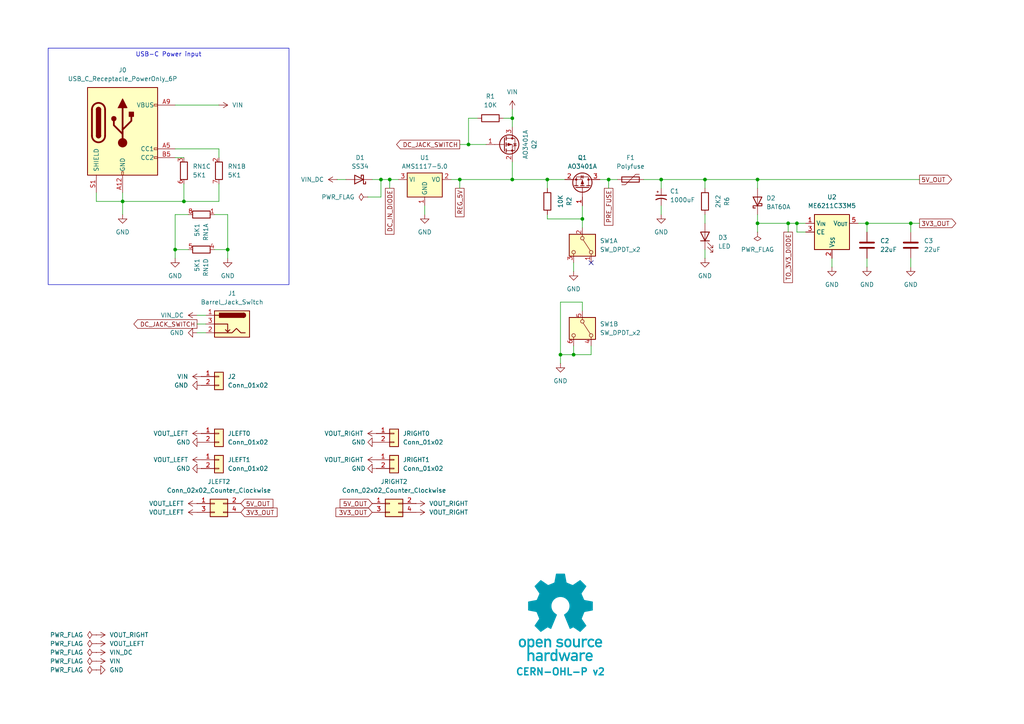
<source format=kicad_sch>
(kicad_sch (version 20231120) (generator "eeschema") (generator_version "8.0")
  (paper "A4")
  (lib_symbols
    (symbol "Connector:Barrel_Jack_Switch" (pin_names hide)
      (property "Reference" "J" (at 0 5.334 0))
      (property "Value" "Barrel_Jack_Switch" (at 0 -5.08 0))
      (symbol "Barrel_Jack_Switch_0_1"
        (rectangle (start -5.08 3.81) (end 5.08 -3.81) (stroke (width 0.254)) (fill (type background)))
        (arc (start -3.302 3.175) (mid -3.9343 2.54) (end -3.302 1.905) (stroke (width 0.254)))
        (arc (start -3.302 3.175) (mid -3.9343 2.54) (end -3.302 1.905) (stroke (width 0.254)) (fill (type outline)))
        (polyline (pts (xy 1.27 -2.286) (xy 1.905 -1.651)) (stroke (width 0.254)))
        (polyline (pts (xy 5.08 2.54) (xy 3.81 2.54)) (stroke (width 0.254)))
        (polyline (pts (xy 5.08 0) (xy 1.27 0) (xy 1.27 -2.286) (xy 0.635 -1.651)) (stroke (width 0.254)))
        (polyline (pts (xy -3.81 -2.54) (xy -2.54 -2.54) (xy -1.27 -1.27) (xy 0 -2.54) (xy 2.54 -2.54) (xy 5.08 -2.54)) (stroke (width 0.254)))
        (rectangle (start 3.683 3.175) (end -3.302 1.905) (stroke (width 0.254)) (fill (type outline)))
      )
      (symbol "Barrel_Jack_Switch_1_1"
        (pin passive line (at 7.62 2.54 180) (length 2.54) (name "~") (number "1"))
        (pin passive line (at 7.62 -2.54 180) (length 2.54) (name "~") (number "2"))
        (pin passive line (at 7.62 0 180) (length 2.54) (name "~") (number "3"))
      )
    )
    (symbol "Connector:USB_C_Receptacle_PowerOnly_6P" (pin_names (offset 1.016))
      (property "Reference" "J" (at 0 16.51 0))
      (property "Value" "USB_C_Receptacle_PowerOnly_6P" (at 0 13.97 0))
      (symbol "USB_C_Receptacle_PowerOnly_6P_0_0"
        (rectangle (start -0.254 -12.7) (end 0.254 -11.684))
        (rectangle (start 10.16 -7.366) (end 9.144 -7.874))
        (rectangle (start 10.16 -4.826) (end 9.144 -5.334))
        (rectangle (start 10.16 7.874) (end 9.144 7.366))
      )
      (symbol "USB_C_Receptacle_PowerOnly_6P_0_1"
        (rectangle (start -10.16 12.7) (end 10.16 -12.7) (stroke (width 0.254)) (fill (type background)))
        (arc (start -8.89 -1.27) (mid -6.985 -3.1667) (end -5.08 -1.27) (stroke (width 0.508)))
        (arc (start -7.62 -1.27) (mid -6.985 -1.9023) (end -6.35 -1.27) (stroke (width 0.254)))
        (arc (start -7.62 -1.27) (mid -6.985 -1.9023) (end -6.35 -1.27) (stroke (width 0.254)) (fill (type outline)))
        (rectangle (start -7.62 -1.27) (end -6.35 6.35) (stroke (width 0.254)) (fill (type outline)))
        (arc (start -6.35 6.35) (mid -6.985 6.9823) (end -7.62 6.35) (stroke (width 0.254)))
        (arc (start -6.35 6.35) (mid -6.985 6.9823) (end -7.62 6.35) (stroke (width 0.254)) (fill (type outline)))
        (arc (start -5.08 6.35) (mid -6.985 8.2467) (end -8.89 6.35) (stroke (width 0.508)))
        (circle (center -2.54 3.683) (radius 0.635) (stroke (width 0.254)) (fill (type outline)))
        (circle (center 0 -3.302) (radius 1.27) (fill (type outline)))
        (polyline (pts (xy -8.89 -1.27) (xy -8.89 6.35)) (stroke (width 0.508)))
        (polyline (pts (xy -5.08 6.35) (xy -5.08 -1.27)) (stroke (width 0.508)))
        (polyline (pts (xy 0 -3.302) (xy 0 6.858)) (stroke (width 0.508)))
        (polyline (pts (xy 0 -0.762) (xy -2.54 1.778) (xy -2.54 3.048)) (stroke (width 0.508)))
        (polyline (pts (xy 0 0.508) (xy 2.54 3.048) (xy 2.54 4.318)) (stroke (width 0.508)))
        (polyline (pts (xy -1.27 6.858) (xy 0 9.398) (xy 1.27 6.858) (xy -1.27 6.858)) (stroke (width 0.254)) (fill (type outline)))
        (rectangle (start 1.905 4.318) (end 3.175 5.588) (stroke (width 0.254)) (fill (type outline)))
      )
      (symbol "USB_C_Receptacle_PowerOnly_6P_1_1"
        (pin passive line (at 0 -17.78 90) (length 5.08) (name "GND") (number "A12"))
        (pin bidirectional line (at 15.24 -5.08 180) (length 5.08) (name "CC1") (number "A5"))
        (pin passive line (at 15.24 7.62 180) (length 5.08) (name "VBUS") (number "A9"))
        (pin passive line (at 0 -17.78 90) (length 5.08) hide (name "GND") (number "B12"))
        (pin bidirectional line (at 15.24 -7.62 180) (length 5.08) (name "CC2") (number "B5"))
        (pin passive line (at 15.24 7.62 180) (length 5.08) hide (name "VBUS") (number "B9"))
        (pin passive line (at -7.62 -17.78 90) (length 5.08) (name "SHIELD") (number "S1"))
      )
    )
    (symbol "Connector_Generic:Conn_01x02" (pin_names (offset 1.016) hide)
      (property "Reference" "J" (at 0 2.54 0))
      (property "Value" "Conn_01x02" (at 0 -5.08 0))
      (symbol "Conn_01x02_1_1"
        (rectangle (start -1.27 -2.413) (end 0 -2.667) (stroke (width 0.1524)))
        (rectangle (start -1.27 0.127) (end 0 -0.127) (stroke (width 0.1524)))
        (rectangle (start -1.27 1.27) (end 1.27 -3.81) (stroke (width 0.254)) (fill (type background)))
        (pin passive line (at -5.08 0 0) (length 3.81) (name "Pin_1") (number "1"))
        (pin passive line (at -5.08 -2.54 0) (length 3.81) (name "Pin_2") (number "2"))
      )
    )
    (symbol "Connector_Generic:Conn_02x02_Odd_Even" (pin_names (offset 1.016) hide)
      (property "Reference" "J" (at 1.27 2.54 0))
      (property "Value" "Conn_02x02_Odd_Even" (at 1.27 -5.08 0))
      (symbol "Conn_02x02_Odd_Even_1_1"
        (rectangle (start -1.27 -2.413) (end 0 -2.667) (stroke (width 0.1524)))
        (rectangle (start -1.27 0.127) (end 0 -0.127) (stroke (width 0.1524)))
        (rectangle (start -1.27 1.27) (end 3.81 -3.81) (stroke (width 0.254)) (fill (type background)))
        (rectangle (start 3.81 -2.413) (end 2.54 -2.667) (stroke (width 0.1524)))
        (rectangle (start 3.81 0.127) (end 2.54 -0.127) (stroke (width 0.1524)))
        (pin passive line (at -5.08 0 0) (length 3.81) (name "Pin_1") (number "1"))
        (pin passive line (at 7.62 0 180) (length 3.81) (name "Pin_2") (number "2"))
        (pin passive line (at -5.08 -2.54 0) (length 3.81) (name "Pin_3") (number "3"))
        (pin passive line (at 7.62 -2.54 180) (length 3.81) (name "Pin_4") (number "4"))
      )
    )
    (symbol "Device:C" (pin_numbers hide) (pin_names (offset 0.254))
      (property "Reference" "C" (at 0.635 2.54 0))
      (property "Value" "C" (at 0.635 -2.54 0))
      (symbol "C_0_1"
        (polyline (pts (xy -2.032 -0.762) (xy 2.032 -0.762)) (stroke (width 0.508)))
        (polyline (pts (xy -2.032 0.762) (xy 2.032 0.762)) (stroke (width 0.508)))
      )
      (symbol "C_1_1"
        (pin passive line (at 0 3.81 270) (length 2.794) (name "~") (number "1"))
        (pin passive line (at 0 -3.81 90) (length 2.794) (name "~") (number "2"))
      )
    )
    (symbol "Device:C_Polarized_Small_US" (pin_numbers hide) (pin_names (offset 0.254) hide)
      (property "Reference" "C" (at 0.254 1.778 0))
      (property "Value" "C_Polarized_Small_US" (at 0.254 -2.032 0))
      (symbol "C_Polarized_Small_US_0_1"
        (polyline (pts (xy -1.524 0.508) (xy 1.524 0.508)) (stroke (width 0.3048)))
        (polyline (pts (xy -1.27 1.524) (xy -0.762 1.524)))
        (polyline (pts (xy -1.016 1.27) (xy -1.016 1.778)))
        (arc (start 1.524 -0.762) (mid 0 -0.3734) (end -1.524 -0.762) (stroke (width 0.3048)))
      )
      (symbol "C_Polarized_Small_US_1_1"
        (pin passive line (at 0 2.54 270) (length 2.032) (name "~") (number "1"))
        (pin passive line (at 0 -2.54 90) (length 2.032) (name "~") (number "2"))
      )
    )
    (symbol "Device:LED" (pin_numbers hide) (pin_names (offset 1.016) hide)
      (property "Reference" "D" (at 0 2.54 0))
      (property "Value" "LED" (at 0 -2.54 0))
      (symbol "LED_0_1"
        (polyline (pts (xy -1.27 -1.27) (xy -1.27 1.27)) (stroke (width 0.254)))
        (polyline (pts (xy -1.27 0) (xy 1.27 0)))
        (polyline (pts (xy 1.27 -1.27) (xy 1.27 1.27) (xy -1.27 0) (xy 1.27 -1.27)) (stroke (width 0.254)))
        (polyline (pts (xy -3.048 -0.762) (xy -4.572 -2.286) (xy -3.81 -2.286) (xy -4.572 -2.286) (xy -4.572 -1.524)))
        (polyline (pts (xy -1.778 -0.762) (xy -3.302 -2.286) (xy -2.54 -2.286) (xy -3.302 -2.286) (xy -3.302 -1.524)))
      )
      (symbol "LED_1_1"
        (pin passive line (at -3.81 0 0) (length 2.54) (name "K") (number "1"))
        (pin passive line (at 3.81 0 180) (length 2.54) (name "A") (number "2"))
      )
    )
    (symbol "Device:Polyfuse" (pin_numbers hide) (pin_names (offset 0))
      (property "Reference" "F" (at -2.54 0 90))
      (property "Value" "Polyfuse" (at 2.54 0 90))
      (symbol "Polyfuse_0_1"
        (rectangle (start -0.762 2.54) (end 0.762 -2.54) (stroke (width 0.254)))
        (polyline (pts (xy 0 2.54) (xy 0 -2.54)))
        (polyline (pts (xy -1.524 2.54) (xy -1.524 1.524) (xy 1.524 -1.524) (xy 1.524 -2.54)))
      )
      (symbol "Polyfuse_1_1"
        (pin passive line (at 0 3.81 270) (length 1.27) (name "~") (number "1"))
        (pin passive line (at 0 -3.81 90) (length 1.27) (name "~") (number "2"))
      )
    )
    (symbol "Device:R" (pin_numbers hide) (pin_names (offset 0))
      (property "Reference" "R" (at 2.032 0 90))
      (property "Value" "R" (at 0 0 90))
      (symbol "R_0_1"
        (rectangle (start -1.016 -2.54) (end 1.016 2.54) (stroke (width 0.254)))
      )
      (symbol "R_1_1"
        (pin passive line (at 0 3.81 270) (length 1.27) (name "~") (number "1"))
        (pin passive line (at 0 -3.81 90) (length 1.27) (name "~") (number "2"))
      )
    )
    (symbol "Device:R_Pack04_Split" (pin_names (offset 0) hide)
      (property "Reference" "RN" (at 2.032 0 90))
      (property "Value" "R_Pack04_Split" (at 0 0 90))
      (symbol "R_Pack04_Split_0_1"
        (rectangle (start 1.016 2.54) (end -1.016 -2.54) (stroke (width 0.254)))
      )
      (symbol "R_Pack04_Split_1_1"
        (pin passive line (at 0 -3.81 90) (length 1.27) (name "R1.1") (number "1"))
        (pin passive line (at 0 3.81 270) (length 1.27) (name "R1.2") (number "8"))
      )
      (symbol "R_Pack04_Split_2_1"
        (pin passive line (at 0 -3.81 90) (length 1.27) (name "R2.1") (number "2"))
        (pin passive line (at 0 3.81 270) (length 1.27) (name "R2.2") (number "7"))
      )
      (symbol "R_Pack04_Split_3_1"
        (pin passive line (at 0 -3.81 90) (length 1.27) (name "R3.1") (number "3"))
        (pin passive line (at 0 3.81 270) (length 1.27) (name "R3.2") (number "6"))
      )
      (symbol "R_Pack04_Split_4_1"
        (pin passive line (at 0 -3.81 90) (length 1.27) (name "R4.1") (number "4"))
        (pin passive line (at 0 3.81 270) (length 1.27) (name "R4.2") (number "5"))
      )
    )
    (symbol "Diode:BAT60A" (pin_numbers hide) (pin_names (offset 1.016) hide)
      (property "Reference" "D" (at 0 2.54 0))
      (property "Value" "BAT60A" (at 0 -2.54 0))
      (symbol "BAT60A_0_1"
        (polyline (pts (xy 1.27 0) (xy -1.27 0)))
        (polyline (pts (xy 1.27 1.27) (xy 1.27 -1.27) (xy -1.27 0) (xy 1.27 1.27)) (stroke (width 0.254)))
        (polyline (pts (xy -1.905 0.635) (xy -1.905 1.27) (xy -1.27 1.27) (xy -1.27 -1.27) (xy -0.635 -1.27) (xy -0.635 -0.635)) (stroke (width 0.254)))
      )
      (symbol "BAT60A_1_1"
        (pin passive line (at -3.81 0 0) (length 2.54) (name "K") (number "1"))
        (pin passive line (at 3.81 0 180) (length 2.54) (name "A") (number "2"))
      )
    )
    (symbol "Diode:SS34" (pin_numbers hide) (pin_names (offset 1.016) hide)
      (property "Reference" "D" (at 0 2.54 0))
      (property "Value" "SS34" (at 0 -2.54 0))
      (symbol "SS34_0_1"
        (polyline (pts (xy 1.27 0) (xy -1.27 0)))
        (polyline (pts (xy 1.27 1.27) (xy 1.27 -1.27) (xy -1.27 0) (xy 1.27 1.27)) (stroke (width 0.254)))
        (polyline (pts (xy -1.905 0.635) (xy -1.905 1.27) (xy -1.27 1.27) (xy -1.27 -1.27) (xy -0.635 -1.27) (xy -0.635 -0.635)) (stroke (width 0.254)))
      )
      (symbol "SS34_1_1"
        (pin passive line (at -3.81 0 0) (length 2.54) (name "K") (number "1"))
        (pin passive line (at 3.81 0 180) (length 2.54) (name "A") (number "2"))
      )
    )
    (symbol "Regulator_Linear:AMS1117-5.0"
      (property "Reference" "U" (at -3.81 3.175 0))
      (property "Value" "AMS1117-5.0" (at 0 3.175 0))
      (symbol "AMS1117-5.0_0_1"
        (rectangle (start -5.08 -5.08) (end 5.08 1.905) (stroke (width 0.254)) (fill (type background)))
      )
      (symbol "AMS1117-5.0_1_1"
        (pin power_in line (at 0 -7.62 90) (length 2.54) (name "GND") (number "1"))
        (pin power_out line (at 7.62 0 180) (length 2.54) (name "VO") (number "2"))
        (pin power_in line (at -7.62 0 0) (length 2.54) (name "VI") (number "3"))
      )
    )
    (symbol "Regulator_Linear:ME6211C33M5"
      (property "Reference" "U" (at -4.572 6.35 0))
      (property "Value" "ME6211C33M5" (at 10.16 8.636 0))
      (symbol "ME6211C33M5_1_1"
        (rectangle (start -5.08 5.08) (end 5.08 -5.08) (stroke (width 0.254)) (fill (type background)))
        (pin power_in line (at -7.62 2.54 0) (length 2.54) (name "V_{IN}") (number "1"))
        (pin power_in line (at 0 -7.62 90) (length 2.54) (name "V_{SS}") (number "2"))
        (pin input line (at -7.62 0 0) (length 2.54) (name "CE") (number "3"))
        (pin no_connect line (at 5.08 0 180) (length 2.54) hide (name "NC") (number "4"))
        (pin power_out line (at 7.62 2.54 180) (length 2.54) (name "V_{OUT}") (number "5"))
      )
    )
    (symbol "Switch:SW_DPDT_x2" (pin_names (offset 0) hide)
      (property "Reference" "SW" (at 0 5.08 0))
      (property "Value" "SW_DPDT_x2" (at 0 -5.08 0))
      (symbol "SW_DPDT_x2_0_0"
        (circle (center -2.032 0) (radius 0.508))
        (circle (center 2.032 -2.54) (radius 0.508))
      )
      (symbol "SW_DPDT_x2_0_1"
        (rectangle (start -3.175 3.81) (end 3.175 -3.81) (stroke (width 0.254)) (fill (type background)))
        (polyline (pts (xy -1.524 0.254) (xy 1.5748 2.286)))
        (circle (center 2.032 2.54) (radius 0.508))
      )
      (symbol "SW_DPDT_x2_1_1"
        (pin passive line (at 5.08 2.54 180) (length 2.54) (name "A") (number "1"))
        (pin passive line (at -5.08 0 0) (length 2.54) (name "B") (number "2"))
        (pin passive line (at 5.08 -2.54 180) (length 2.54) (name "C") (number "3"))
      )
      (symbol "SW_DPDT_x2_2_1"
        (pin passive line (at 5.08 2.54 180) (length 2.54) (name "A") (number "4"))
        (pin passive line (at -5.08 0 0) (length 2.54) (name "B") (number "5"))
        (pin passive line (at 5.08 -2.54 180) (length 2.54) (name "C") (number "6"))
      )
    )
    (symbol "Transistor_FET:AO3401A" (pin_names hide)
      (property "Reference" "Q" (at 5.08 1.905 0))
      (property "Value" "AO3401A" (at 5.08 0 0))
      (symbol "AO3401A_0_1"
        (polyline (pts (xy 0.254 0) (xy -2.54 0)))
        (polyline (pts (xy 0.254 1.905) (xy 0.254 -1.905)) (stroke (width 0.254)))
        (polyline (pts (xy 0.762 -1.27) (xy 0.762 -2.286)) (stroke (width 0.254)))
        (polyline (pts (xy 0.762 0.508) (xy 0.762 -0.508)) (stroke (width 0.254)))
        (polyline (pts (xy 0.762 2.286) (xy 0.762 1.27)) (stroke (width 0.254)))
        (polyline (pts (xy 2.54 2.54) (xy 2.54 1.778)))
        (polyline (pts (xy 2.54 -2.54) (xy 2.54 0) (xy 0.762 0)))
        (polyline (pts (xy 0.762 1.778) (xy 3.302 1.778) (xy 3.302 -1.778) (xy 0.762 -1.778)))
        (polyline (pts (xy 2.286 0) (xy 1.27 0.381) (xy 1.27 -0.381) (xy 2.286 0)) (fill (type outline)))
        (polyline (pts (xy 2.794 -0.508) (xy 2.921 -0.381) (xy 3.683 -0.381) (xy 3.81 -0.254)))
        (polyline (pts (xy 3.302 -0.381) (xy 2.921 0.254) (xy 3.683 0.254) (xy 3.302 -0.381)))
        (circle (center 1.651 0) (radius 2.794) (stroke (width 0.254)))
        (circle (center 2.54 -1.778) (radius 0.254) (fill (type outline)))
        (circle (center 2.54 1.778) (radius 0.254) (fill (type outline)))
      )
      (symbol "AO3401A_1_1"
        (pin input line (at -5.08 0 0) (length 2.54) (name "G") (number "1"))
        (pin passive line (at 2.54 -5.08 90) (length 2.54) (name "S") (number "2"))
        (pin passive line (at 2.54 5.08 270) (length 2.54) (name "D") (number "3"))
      )
    )
    (symbol "power:GND" (power) (pin_numbers hide) (pin_names (offset 0) hide)
      (property "Value" "GND" (at 0 -3.81 0))
      (symbol "GND_0_1"
        (polyline (pts (xy 0 0) (xy 0 -1.27) (xy 1.27 -1.27) (xy 0 -2.54) (xy -1.27 -1.27) (xy 0 -1.27)))
      )
      (symbol "GND_1_1"
        (pin power_in line (at 0 0 270) (length 0) (name "~") (number "1"))
      )
    )
    (symbol "power:PWR_FLAG" (power) (pin_numbers hide) (pin_names (offset 0) hide)
      (property "Value" "PWR_FLAG" (at 0 3.81 0))
      (symbol "PWR_FLAG_0_0"
        (pin power_out line (at 0 0 90) (length 0) (name "~") (number "1"))
      )
      (symbol "PWR_FLAG_0_1"
        (polyline (pts (xy 0 0) (xy 0 1.27) (xy -1.016 1.905) (xy 0 2.54) (xy 1.016 1.905) (xy 0 1.27)))
      )
    )
    (symbol "power:VCC" (power) (pin_numbers hide) (pin_names (offset 0) hide)
      (property "Value" "VCC" (at 0 3.556 0))
      (symbol "VCC_0_1"
        (polyline (pts (xy -0.762 1.27) (xy 0 2.54)))
        (polyline (pts (xy 0 0) (xy 0 2.54)))
        (polyline (pts (xy 0 2.54) (xy 0.762 1.27)))
      )
      (symbol "VCC_1_1"
        (pin power_in line (at 0 0 90) (length 0) (name "~") (number "1"))
      )
    )
  )
  (junction (at 264.16 64.77))
  (junction (at 168.91 63.5))
  (junction (at 133.35 52.07))
  (junction (at 50.8 72.39))
  (junction (at 219.71 64.77))
  (junction (at 191.77 52.07))
  (junction (at 135.89 41.91))
  (junction (at 176.53 52.07))
  (junction (at 251.46 64.77))
  (junction (at 35.56 58.42))
  (junction (at 148.59 34.29))
  (junction (at 113.03 52.07))
  (junction (at 158.75 52.07))
  (junction (at 228.6 64.77))
  (junction (at 204.47 52.07))
  (junction (at 162.56 102.87))
  (junction (at 219.71 52.07))
  (junction (at 166.37 102.87))
  (junction (at 110.49 52.07))
  (junction (at 53.34 58.42))
  (junction (at 231.14 64.77))
  (junction (at 148.59 52.07))
  (junction (at 66.04 72.39))
  (no_connect (at 171.45 76.2))
  (wire (pts (xy 50.8 72.39) (xy 50.8 74.93)))
  (wire (pts (xy 251.46 64.77) (xy 251.46 67.31)))
  (wire (pts (xy 264.16 64.77) (xy 264.16 67.31)))
  (wire (pts (xy 158.75 54.61) (xy 158.75 52.07)))
  (wire (pts (xy 148.59 34.29) (xy 148.59 36.83)))
  (wire (pts (xy 113.03 52.07) (xy 113.03 54.61)))
  (wire (pts (xy 204.47 62.23) (xy 204.47 64.77)))
  (wire (pts (xy 176.53 52.07) (xy 176.53 54.61)))
  (wire (pts (xy 35.56 58.42) (xy 35.56 62.23)))
  (wire (pts (xy 264.16 74.93) (xy 264.16 77.47)))
  (wire (pts (xy 110.49 57.15) (xy 110.49 52.07)))
  (wire (pts (xy 158.75 63.5) (xy 168.91 63.5)))
  (wire (pts (xy 168.91 87.63) (xy 162.56 87.63)))
  (wire (pts (xy 57.15 96.52) (xy 59.69 96.52)))
  (wire (pts (xy 241.3 77.47) (xy 241.3 74.93)))
  (wire (pts (xy 162.56 102.87) (xy 166.37 102.87)))
  (wire (pts (xy 50.8 30.48) (xy 63.5 30.48)))
  (wire (pts (xy 166.37 102.87) (xy 171.45 102.87)))
  (wire (pts (xy 186.69 52.07) (xy 191.77 52.07)))
  (wire (pts (xy 191.77 52.07) (xy 204.47 52.07)))
  (wire (pts (xy 54.61 62.23) (xy 50.8 62.23)))
  (wire (pts (xy 54.61 72.39) (xy 50.8 72.39)))
  (wire (pts (xy 106.68 57.15) (xy 110.49 57.15)))
  (wire (pts (xy 148.59 46.99) (xy 148.59 52.07)))
  (wire (pts (xy 219.71 67.31) (xy 219.71 64.77)))
  (wire (pts (xy 110.49 52.07) (xy 113.03 52.07)))
  (wire (pts (xy 191.77 62.23) (xy 191.77 59.69)))
  (wire (pts (xy 231.14 64.77) (xy 233.68 64.77)))
  (wire (pts (xy 135.89 34.29) (xy 135.89 41.91)))
  (wire (pts (xy 57.15 91.44) (xy 59.69 91.44)))
  (wire (pts (xy 148.59 52.07) (xy 158.75 52.07)))
  (wire (pts (xy 97.79 52.07) (xy 100.33 52.07)))
  (wire (pts (xy 62.23 62.23) (xy 66.04 62.23)))
  (wire (pts (xy 166.37 100.33) (xy 166.37 102.87)))
  (wire (pts (xy 158.75 62.23) (xy 158.75 63.5)))
  (wire (pts (xy 228.6 64.77) (xy 231.14 64.77)))
  (wire (pts (xy 162.56 102.87) (xy 162.56 105.41)))
  (wire (pts (xy 168.91 63.5) (xy 168.91 59.69)))
  (wire (pts (xy 50.8 62.23) (xy 50.8 72.39)))
  (wire (pts (xy 219.71 52.07) (xy 266.7 52.07)))
  (wire (pts (xy 27.94 58.42) (xy 35.56 58.42)))
  (wire (pts (xy 63.5 53.34) (xy 63.5 58.42)))
  (wire (pts (xy 63.5 43.18) (xy 63.5 45.72)))
  (wire (pts (xy 148.59 31.75) (xy 148.59 34.29)))
  (wire (pts (xy 146.05 34.29) (xy 148.59 34.29)))
  (wire (pts (xy 62.23 72.39) (xy 66.04 72.39)))
  (wire (pts (xy 176.53 52.07) (xy 179.07 52.07)))
  (wire (pts (xy 133.35 41.91) (xy 135.89 41.91)))
  (wire (pts (xy 53.34 53.34) (xy 53.34 58.42)))
  (wire (pts (xy 57.15 93.98) (xy 59.69 93.98)))
  (wire (pts (xy 113.03 52.07) (xy 115.57 52.07)))
  (wire (pts (xy 158.75 52.07) (xy 163.83 52.07)))
  (wire (pts (xy 251.46 74.93) (xy 251.46 77.47)))
  (wire (pts (xy 204.47 52.07) (xy 204.47 54.61)))
  (wire (pts (xy 219.71 64.77) (xy 219.71 62.23)))
  (wire (pts (xy 133.35 52.07) (xy 133.35 54.61)))
  (wire (pts (xy 50.8 45.72) (xy 53.34 45.72)))
  (wire (pts (xy 264.16 64.77) (xy 251.46 64.77)))
  (wire (pts (xy 110.49 52.07) (xy 107.95 52.07)))
  (wire (pts (xy 233.68 67.31) (xy 231.14 67.31)))
  (wire (pts (xy 171.45 102.87) (xy 171.45 100.33)))
  (wire (pts (xy 266.7 64.77) (xy 264.16 64.77)))
  (wire (pts (xy 168.91 90.17) (xy 168.91 87.63)))
  (wire (pts (xy 228.6 64.77) (xy 228.6 67.31)))
  (wire (pts (xy 231.14 67.31) (xy 231.14 64.77)))
  (wire (pts (xy 135.89 41.91) (xy 140.97 41.91)))
  (wire (pts (xy 166.37 76.2) (xy 166.37 78.74)))
  (wire (pts (xy 168.91 63.5) (xy 168.91 66.04)))
  (wire (pts (xy 204.47 72.39) (xy 204.47 74.93)))
  (wire (pts (xy 130.81 52.07) (xy 133.35 52.07)))
  (wire (pts (xy 219.71 54.61) (xy 219.71 52.07)))
  (wire (pts (xy 123.19 62.23) (xy 123.19 59.69)))
  (wire (pts (xy 50.8 43.18) (xy 63.5 43.18)))
  (wire (pts (xy 251.46 64.77) (xy 248.92 64.77)))
  (wire (pts (xy 53.34 58.42) (xy 35.56 58.42)))
  (wire (pts (xy 219.71 64.77) (xy 228.6 64.77)))
  (wire (pts (xy 63.5 58.42) (xy 53.34 58.42)))
  (wire (pts (xy 35.56 55.88) (xy 35.56 58.42)))
  (wire (pts (xy 162.56 87.63) (xy 162.56 102.87)))
  (wire (pts (xy 133.35 52.07) (xy 148.59 52.07)))
  (wire (pts (xy 138.43 34.29) (xy 135.89 34.29)))
  (wire (pts (xy 204.47 52.07) (xy 219.71 52.07)))
  (wire (pts (xy 66.04 72.39) (xy 66.04 74.93)))
  (wire (pts (xy 66.04 62.23) (xy 66.04 72.39)))
  (wire (pts (xy 173.99 52.07) (xy 176.53 52.07)))
  (wire (pts (xy 191.77 52.07) (xy 191.77 54.61)))
  (wire (pts (xy 27.94 55.88) (xy 27.94 58.42)))
  (image (at 162.56 179.07) (scale 0.37481))
  (text_box "USB-C Power input" (at 13.97 13.97 0) (size 69.85 68.58) (effects (font (size 1.27 1.27)) (justify top)))
  (text "CERN-OHL-P v2" (at 162.56 195.072 0) (effects (font (size 2 2) (thickness 0.4) (bold yes))))
  (global_label "5V_OUT" (shape input) (at 107.95 146.05 180) (property "Intersheetrefs" "${INTERSHEET_REFS}" (effects (hide yes))))
  (global_label "REG_5V" (shape passive) (at 133.35 54.61 270) (property "Intersheetrefs" "${INTERSHEET_REFS}" (effects (hide yes))))
  (global_label "3V3_OUT" (shape output) (at 266.7 64.77 0) (property "Intersheetrefs" "${INTERSHEET_REFS}" (effects (hide yes))))
  (global_label "DC_JACK_SWITCH" (shape output) (at 57.15 93.98 180) (property "Intersheetrefs" "${INTERSHEET_REFS}" (effects (hide yes))))
  (global_label "DC_JACK_SWITCH" (shape output) (at 133.35 41.91 180) (property "Intersheetrefs" "${INTERSHEET_REFS}" (effects (hide yes))))
  (global_label "3V3_OUT" (shape input) (at 107.95 148.59 180) (property "Intersheetrefs" "${INTERSHEET_REFS}" (effects (hide yes))))
  (global_label "5V_OUT" (shape output) (at 266.7 52.07 0) (property "Intersheetrefs" "${INTERSHEET_REFS}" (effects (hide yes))))
  (global_label "TO_3V3_DIODE" (shape passive) (at 228.6 67.31 270) (property "Intersheetrefs" "${INTERSHEET_REFS}" (effects (hide yes))))
  (global_label "3V3_OUT" (shape input) (at 69.85 148.59 0) (property "Intersheetrefs" "${INTERSHEET_REFS}" (effects (hide yes))))
  (global_label "5V_OUT" (shape input) (at 69.85 146.05 0) (property "Intersheetrefs" "${INTERSHEET_REFS}" (effects (hide yes))))
  (global_label "PRE_FUSE" (shape passive) (at 176.53 54.61 270) (property "Intersheetrefs" "${INTERSHEET_REFS}" (effects (hide yes))))
  (global_label "DC_IN_DIODE" (shape passive) (at 113.03 54.61 270) (property "Intersheetrefs" "${INTERSHEET_REFS}" (effects (hide yes))))
  (symbol (lib_id "power:PWR_FLAG") (at 27.94 186.69 90) (unit 1)
    (property "Reference" "#FLG03" (effects (hide yes)))
    (property "Value" "PWR_FLAG" (at 24.13 186.6899 90) (effects (justify left)))
    (property "Description" "Special symbol for telling ERC where power comes from" (effects (hide yes)))
  )
  (symbol (lib_id "Switch:SW_DPDT_x2") (at 168.91 71.12 270) (unit 1)
    (property "Reference" "SW1" (at 173.99 69.8499 90) (effects (justify left)))
    (property "Value" "SW_DPDT_x2" (at 173.99 72.3899 90) (effects (justify left)))
    (property "Footprint" "electromechanical:SW_Push_DPDT_Toggle_7.0x7.0mm_THT" (effects (hide yes)))
    (property "Description" "Switch, dual pole double throw, separate symbols" (effects (hide yes)))
  )
  (symbol (lib_id "Connector_Generic:Conn_02x02_Odd_Even") (at 62.23 146.05 0) (unit 1)
    (property "Reference" "JLEFT2" (at 63.5 139.7 0))
    (property "Value" "Conn_02x02_Counter_Clockwise" (at 63.5 142.24 0))
    (property "Footprint" "custom:PinHeader_2x02_P2.54mm_Vertical_simple" (effects (hide yes)))
    (property "Description" "Generic connector, double row, 02x02, odd/even pin numbering scheme (row 1 odd numbers, row 2 even numbers), script generated (kicad-library-utils/schlib/autogen/connector/)" (effects (hide yes)))
  )
  (symbol (lib_id "Transistor_FET:AO3401A") (at 146.05 41.91 0) (unit 1)
    (property "Reference" "Q2" (at 154.94 41.91 90))
    (property "Value" "AO3401A" (at 152.4 41.91 90))
    (property "Footprint" "Package_TO_SOT_SMD:SOT-23" (effects (hide yes)))
    (property "Datasheet" "http://www.aosmd.com/pdfs/datasheet/AO3401A.pdf" (effects (hide yes)))
    (property "Description" "-4.0A Id, -30V Vds, P-Channel MOSFET, SOT-23" (effects (hide yes)))
    (property "LCSC Part" "C15127" (effects (hide yes)))
    (property "JLCPCB_CORRECTION" "0; 0; 180" (effects (hide yes)))
  )
  (symbol (lib_id "power:VCC") (at 63.5 30.48 270) (unit 1)
    (property "Reference" "#PWR027" (effects (hide yes)))
    (property "Value" "VIN" (at 67.31 30.4799 90) (effects (justify left)))
    (property "Description" "Power symbol creates a global label with name \"VCC\"" (effects (hide yes)))
  )
  (symbol (lib_id "power:VCC") (at 58.42 125.73 90) (unit 1)
    (property "Reference" "#PWR07" (effects (hide yes)))
    (property "Value" "VOUT_LEFT" (at 54.61 125.7299 90) (effects (justify left)))
    (property "Description" "Power symbol creates a global label with name \"VCC\"" (effects (hide yes)))
  )
  (symbol (lib_id "Connector_Generic:Conn_01x02") (at 114.3 133.35 0) (unit 1)
    (property "Reference" "JRIGHT1" (at 116.84 133.3499 0) (effects (justify left)))
    (property "Value" "Conn_01x02" (at 116.84 135.8899 0) (effects (justify left)))
    (property "Footprint" "custom:PinHeader_1x02_P2.54mm_Vertical_simple_pad2gnd" (effects (hide yes)))
    (property "Description" "Generic connector, single row, 01x02, script generated (kicad-library-utils/schlib/autogen/connector/)" (effects (hide yes)))
  )
  (symbol (lib_id "power:GND") (at 58.42 135.89 270) (unit 1)
    (property "Reference" "#PWR010" (effects (hide yes)))
    (property "Value" "GND" (at 55.2429 135.8899 90) (effects (justify right)))
    (property "Description" "Power symbol creates a global label with name \"GND\" , ground" (effects (hide yes)))
  )
  (symbol (lib_id "power:VCC") (at 58.42 133.35 90) (unit 1)
    (property "Reference" "#PWR09" (effects (hide yes)))
    (property "Value" "VOUT_LEFT" (at 54.61 133.3499 90) (effects (justify left)))
    (property "Description" "Power symbol creates a global label with name \"VCC\"" (effects (hide yes)))
  )
  (symbol (lib_id "Connector_Generic:Conn_01x02") (at 114.3 125.73 0) (unit 1)
    (property "Reference" "JRIGHT0" (at 116.84 125.7299 0) (effects (justify left)))
    (property "Value" "Conn_01x02" (at 116.84 128.2699 0) (effects (justify left)))
    (property "Footprint" "custom:PinHeader_1x02_P2.54mm_Vertical_simple_pad2gnd" (effects (hide yes)))
    (property "Description" "Generic connector, single row, 01x02, script generated (kicad-library-utils/schlib/autogen/connector/)" (effects (hide yes)))
  )
  (symbol (lib_id "power:PWR_FLAG") (at 27.94 184.15 90) (unit 1)
    (property "Reference" "#FLG04" (effects (hide yes)))
    (property "Value" "PWR_FLAG" (at 24.13 184.1499 90) (effects (justify left)))
    (property "Description" "Special symbol for telling ERC where power comes from" (effects (hide yes)))
  )
  (symbol (lib_id "Connector_Generic:Conn_01x02") (at 63.5 125.73 0) (unit 1)
    (property "Reference" "JLEFT0" (at 66.04 125.7299 0) (effects (justify left)))
    (property "Value" "Conn_01x02" (at 66.04 128.2699 0) (effects (justify left)))
    (property "Footprint" "custom:PinHeader_1x02_P2.54mm_Vertical_simple_pad2gnd" (effects (hide yes)))
    (property "Description" "Generic connector, single row, 01x02, script generated (kicad-library-utils/schlib/autogen/connector/)" (effects (hide yes)))
  )
  (symbol (lib_id "Device:R") (at 158.75 58.42 0) (mirror y) (unit 1)
    (property "Reference" "R2" (at 165.1 58.42 90))
    (property "Value" "10K" (at 162.56 58.42 90))
    (property "Footprint" "Resistor_SMD:R_0805_2012Metric_Pad1.20x1.40mm_HandSolder" (effects (hide yes)))
    (property "Description" "Resistor" (effects (hide yes)))
  )
  (symbol (lib_id "power:GND") (at 166.37 78.74 0) (unit 1)
    (property "Reference" "#PWR019" (effects (hide yes)))
    (property "Value" "GND" (at 166.37 83.82 0))
    (property "Description" "Power symbol creates a global label with name \"GND\" , ground" (effects (hide yes)))
  )
  (symbol (lib_id "Connector_Generic:Conn_01x02") (at 63.5 133.35 0) (unit 1)
    (property "Reference" "JLEFT1" (at 66.04 133.3499 0) (effects (justify left)))
    (property "Value" "Conn_01x02" (at 66.04 135.8899 0) (effects (justify left)))
    (property "Footprint" "custom:PinHeader_1x02_P2.54mm_Vertical_simple_pad2gnd" (effects (hide yes)))
    (property "Description" "Generic connector, single row, 01x02, script generated (kicad-library-utils/schlib/autogen/connector/)" (effects (hide yes)))
  )
  (symbol (lib_id "Diode:BAT60A") (at 219.71 58.42 90) (unit 1)
    (property "Reference" "D2" (at 222.25 57.4674 90) (effects (justify right)))
    (property "Value" "BAT60A" (at 222.25 60.0074 90) (effects (justify right)))
    (property "Footprint" "package:D_SOD-323_HandSoldering" (effects (hide yes)))
    (property "Datasheet" "https://www.infineon.com/dgdl/Infineon-BAT60ASERIES-DS-v01_01-en.pdf?fileId=db3a304313d846880113def70c9304a9" (effects (hide yes)))
    (property "Description" "10V 3A High Current Recitifier Schottky Diode, SOD-323" (effects (hide yes)))
  )
  (symbol (lib_id "power:VCC") (at 58.42 109.22 90) (unit 1)
    (property "Reference" "#PWR015" (effects (hide yes)))
    (property "Value" "VIN" (at 54.61 109.2199 90) (effects (justify left)))
    (property "Description" "Power symbol creates a global label with name \"VCC\"" (effects (hide yes)))
  )
  (symbol (lib_id "Device:R_Pack04_Split") (at 63.5 49.53 180) (unit 2)
    (property "Reference" "RN1" (at 66.04 48.2599 0) (effects (justify right)))
    (property "Value" "5K1" (at 66.04 50.7999 0) (effects (justify right)))
    (property "Footprint" "Resistor_SMD:R_Array_Convex_4x0603" (effects (hide yes)))
    (property "Description" "4 resistor network, parallel topology, split" (effects (hide yes)))
  )
  (symbol (lib_id "power:GND") (at 241.3 77.47 0) (unit 1)
    (property "Reference" "#PWR023" (effects (hide yes)))
    (property "Value" "GND" (at 241.3 82.55 0))
    (property "Description" "Power symbol creates a global label with name \"GND\" , ground" (effects (hide yes)))
  )
  (symbol (lib_id "Device:C_Polarized_Small_US") (at 191.77 57.15 0) (unit 1)
    (property "Reference" "C1" (at 194.31 55.4481 0) (effects (justify left)))
    (property "Value" "1000uF" (at 194.31 57.9881 0) (effects (justify left)))
    (property "Footprint" "Capacitor_SMD:CP_Elec_8x10.5" (effects (hide yes)))
    (property "Description" "Polarized capacitor, small US symbol" (effects (hide yes)))
  )
  (symbol (lib_id "Device:Polyfuse") (at 182.88 52.07 90) (unit 1)
    (property "Reference" "F1" (at 182.88 45.72 90))
    (property "Value" "Polyfuse" (at 182.88 48.26 90))
    (property "Footprint" "custom:Fuse_1206_3216Metric_Pad1.42x1.75mm_HandSolder_simple" (effects (hide yes)))
    (property "Description" "Resettable fuse, polymeric positive temperature coefficient" (effects (hide yes)))
  )
  (symbol (lib_id "power:PWR_FLAG") (at 219.71 67.31 180) (unit 1)
    (property "Reference" "#FLG06" (effects (hide yes)))
    (property "Value" "PWR_FLAG" (at 219.71 72.39 0))
    (property "Description" "Special symbol for telling ERC where power comes from" (effects (hide yes)))
  )
  (symbol (lib_id "power:VCC") (at 27.94 191.77 270) (unit 1)
    (property "Reference" "#PWR01" (effects (hide yes)))
    (property "Value" "VIN" (at 31.75 191.7699 90) (effects (justify left)))
    (property "Description" "Power symbol creates a global label with name \"VCC\"" (effects (hide yes)))
  )
  (symbol (lib_id "power:GND") (at 58.42 128.27 270) (unit 1)
    (property "Reference" "#PWR08" (effects (hide yes)))
    (property "Value" "GND" (at 55.2429 128.2699 90) (effects (justify right)))
    (property "Description" "Power symbol creates a global label with name \"GND\" , ground" (effects (hide yes)))
  )
  (symbol (lib_id "Device:R_Pack04_Split") (at 53.34 49.53 180) (unit 3)
    (property "Reference" "RN1" (at 55.88 48.2599 0) (effects (justify right)))
    (property "Value" "5K1" (at 55.88 50.7999 0) (effects (justify right)))
    (property "Footprint" "Resistor_SMD:R_Array_Convex_4x0603" (effects (hide yes)))
    (property "Description" "4 resistor network, parallel topology, split" (effects (hide yes)))
  )
  (symbol (lib_id "power:VCC") (at 27.94 186.69 270) (unit 1)
    (property "Reference" "#PWR03" (effects (hide yes)))
    (property "Value" "VOUT_LEFT" (at 31.75 186.6899 90) (effects (justify left)))
    (property "Description" "Power symbol creates a global label with name \"VCC\"" (effects (hide yes)))
  )
  (symbol (lib_id "Device:C") (at 251.46 71.12 0) (unit 1)
    (property "Reference" "C2" (at 255.27 69.8499 0) (effects (justify left)))
    (property "Value" "22uF" (at 255.27 72.3899 0) (effects (justify left)))
    (property "Footprint" "custom:C_0805_2012Metric_Pad1.18x1.45mm_HandSolder" (effects (hide yes)))
    (property "Description" "Unpolarized capacitor" (effects (hide yes)))
  )
  (symbol (lib_id "power:GND") (at 204.47 74.93 0) (unit 1)
    (property "Reference" "#PWR035" (effects (hide yes)))
    (property "Value" "GND" (at 204.47 80.01 0))
    (property "Description" "Power symbol creates a global label with name \"GND\" , ground" (effects (hide yes)))
  )
  (symbol (lib_id "Device:C") (at 264.16 71.12 0) (unit 1)
    (property "Reference" "C3" (at 267.97 69.8499 0) (effects (justify left)))
    (property "Value" "22uF" (at 267.97 72.3899 0) (effects (justify left)))
    (property "Footprint" "custom:C_0805_2012Metric_Pad1.18x1.45mm_HandSolder" (effects (hide yes)))
    (property "Description" "Unpolarized capacitor" (effects (hide yes)))
  )
  (symbol (lib_id "power:GND") (at 162.56 105.41 0) (unit 1)
    (property "Reference" "#PWR034" (effects (hide yes)))
    (property "Value" "GND" (at 162.56 110.49 0))
    (property "Description" "Power symbol creates a global label with name \"GND\" , ground" (effects (hide yes)))
  )
  (symbol (lib_id "power:GND") (at 251.46 77.47 0) (unit 1)
    (property "Reference" "#PWR028" (effects (hide yes)))
    (property "Value" "GND" (at 251.46 82.55 0))
    (property "Description" "Power symbol creates a global label with name \"GND\" , ground" (effects (hide yes)))
  )
  (symbol (lib_id "power:VCC") (at 120.65 148.59 270) (mirror x) (unit 1)
    (property "Reference" "#PWR024" (effects (hide yes)))
    (property "Value" "VOUT_RIGHT" (at 124.46 148.5899 90) (effects (justify left)))
    (property "Description" "Power symbol creates a global label with name \"VCC\"" (effects (hide yes)))
  )
  (symbol (lib_id "power:VCC") (at 57.15 91.44 90) (unit 1)
    (property "Reference" "#PWR026" (effects (hide yes)))
    (property "Value" "VIN_DC" (at 53.34 91.4399 90) (effects (justify left)))
    (property "Description" "Power symbol creates a global label with name \"VCC\"" (effects (hide yes)))
  )
  (symbol (lib_id "power:GND") (at 27.94 194.31 90) (unit 1)
    (property "Reference" "#PWR02" (effects (hide yes)))
    (property "Value" "GND" (at 31.75 194.3099 90) (effects (justify right)))
    (property "Description" "Power symbol creates a global label with name \"GND\" , ground" (effects (hide yes)))
  )
  (symbol (lib_id "power:VCC") (at 57.15 148.59 90) (unit 1)
    (property "Reference" "#PWR030" (effects (hide yes)))
    (property "Value" "VOUT_LEFT" (at 53.34 148.5899 90) (effects (justify left)))
    (property "Description" "Power symbol creates a global label with name \"VCC\"" (effects (hide yes)))
  )
  (symbol (lib_id "power:GND") (at 58.42 111.76 270) (unit 1)
    (property "Reference" "#PWR016" (effects (hide yes)))
    (property "Value" "GND" (at 54.61 111.7599 90) (effects (justify right)))
    (property "Description" "Power symbol creates a global label with name \"GND\" , ground" (effects (hide yes)))
  )
  (symbol (lib_id "Regulator_Linear:ME6211C33M5") (at 241.3 67.31 0) (unit 1)
    (property "Reference" "U2" (at 241.3 57.15 0))
    (property "Value" "ME6211C33M5" (at 241.3 59.69 0))
    (property "Footprint" "Package_TO_SOT_SMD:SOT-23-5" (effects (hide yes)))
    (property "Datasheet" "https://www.lcsc.com/datasheet/lcsc_datasheet_2304140030_MICRONE-Nanjing-Micro-One-Elec-ME6211C33R5G_C235316.pdf" (effects (hide yes)))
    (property "Description" "500mA low dropout linear regulator, shutdown pin, 6.5V max input voltage, 3.3V fixed positive output, SOT-23-5" (effects (hide yes)))
  )
  (symbol (lib_id "power:PWR_FLAG") (at 27.94 189.23 90) (unit 1)
    (property "Reference" "#FLG05" (effects (hide yes)))
    (property "Value" "PWR_FLAG" (at 24.13 189.2299 90) (effects (justify left)))
    (property "Description" "Special symbol for telling ERC where power comes from" (effects (hide yes)))
  )
  (symbol (lib_id "Device:LED") (at 204.47 68.58 90) (unit 1)
    (property "Reference" "D3" (at 208.28 68.8974 90) (effects (justify right)))
    (property "Value" "LED" (at 208.28 71.4374 90) (effects (justify right)))
    (property "Footprint" "custom:LED_0805_2012Metric_Pad1.15x1.40mm_HandSolder_simple" (effects (hide yes)))
    (property "Description" "Light emitting diode" (effects (hide yes)))
  )
  (symbol (lib_id "power:VCC") (at 57.15 146.05 90) (unit 1)
    (property "Reference" "#PWR029" (effects (hide yes)))
    (property "Value" "VOUT_LEFT" (at 53.34 146.0499 90) (effects (justify left)))
    (property "Description" "Power symbol creates a global label with name \"VCC\"" (effects (hide yes)))
  )
  (symbol (lib_id "power:VCC") (at 27.94 184.15 270) (unit 1)
    (property "Reference" "#PWR04" (effects (hide yes)))
    (property "Value" "VOUT_RIGHT" (at 31.75 184.1499 90) (effects (justify left)))
    (property "Description" "Power symbol creates a global label with name \"VCC\"" (effects (hide yes)))
  )
  (symbol (lib_id "power:VCC") (at 97.79 52.07 90) (unit 1)
    (property "Reference" "#PWR018" (effects (hide yes)))
    (property "Value" "VIN_DC" (at 93.98 52.0699 90) (effects (justify left)))
    (property "Description" "Power symbol creates a global label with name \"VCC\"" (effects (hide yes)))
  )
  (symbol (lib_id "power:GND") (at 264.16 77.47 0) (unit 1)
    (property "Reference" "#PWR031" (effects (hide yes)))
    (property "Value" "GND" (at 264.16 82.55 0))
    (property "Description" "Power symbol creates a global label with name \"GND\" , ground" (effects (hide yes)))
  )
  (symbol (lib_id "Device:R") (at 204.47 58.42 0) (mirror y) (unit 1)
    (property "Reference" "R6" (at 210.82 58.42 90))
    (property "Value" "2K2" (at 208.28 58.42 90))
    (property "Footprint" "Resistor_SMD:R_0805_2012Metric_Pad1.20x1.40mm_HandSolder" (effects (hide yes)))
    (property "Description" "Resistor" (effects (hide yes)))
  )
  (symbol (lib_id "power:PWR_FLAG") (at 27.94 191.77 90) (unit 1)
    (property "Reference" "#FLG01" (effects (hide yes)))
    (property "Value" "PWR_FLAG" (at 24.13 191.7699 90) (effects (justify left)))
    (property "Description" "Special symbol for telling ERC where power comes from" (effects (hide yes)))
  )
  (symbol (lib_id "power:GND") (at 57.15 96.52 270) (unit 1)
    (property "Reference" "#PWR05" (effects (hide yes)))
    (property "Value" "GND" (at 53.34 96.5199 90) (effects (justify right)))
    (property "Description" "Power symbol creates a global label with name \"GND\" , ground" (effects (hide yes)))
  )
  (symbol (lib_id "Regulator_Linear:AMS1117-5.0") (at 123.19 52.07 0) (unit 1)
    (property "Reference" "U1" (at 123.19 45.72 0))
    (property "Value" "AMS1117-5.0" (at 123.19 48.26 0))
    (property "Footprint" "Package_TO_SOT_SMD:SOT-223-3_TabPin2" (effects (hide yes)))
    (property "Datasheet" "http://www.advanced-monolithic.com/pdf/ds1117.pdf" (effects (hide yes)))
    (property "Description" "1A Low Dropout regulator, positive, 5.0V fixed output, SOT-223" (effects (hide yes)))
  )
  (symbol (lib_id "power:GND") (at 123.19 62.23 0) (unit 1)
    (property "Reference" "#PWR022" (effects (hide yes)))
    (property "Value" "GND" (at 123.19 67.31 0))
    (property "Description" "Power symbol creates a global label with name \"GND\" , ground" (effects (hide yes)))
  )
  (symbol (lib_id "power:GND") (at 66.04 74.93 0) (unit 1)
    (property "Reference" "#PWR032" (effects (hide yes)))
    (property "Value" "GND" (at 66.04 80.01 0))
    (property "Description" "Power symbol creates a global label with name \"GND\" , ground" (effects (hide yes)))
  )
  (symbol (lib_id "Connector:USB_C_Receptacle_PowerOnly_6P") (at 35.56 38.1 0) (unit 1)
    (property "Reference" "J0" (at 35.56 20.32 0))
    (property "Value" "USB_C_Receptacle_PowerOnly_6P" (at 35.56 22.86 0))
    (property "Footprint" "connector:USB_C_Receptacle_GCT_USB4125-xx-x_6P_TopMnt_Horizontal_HandSolder" (effects (hide yes)))
    (property "Datasheet" "https://www.usb.org/sites/default/files/documents/usb_type-c.zip" (effects (hide yes)))
    (property "Description" "USB Power-Only 6P Type-C Receptacle connector" (effects (hide yes)))
  )
  (symbol (lib_id "power:GND") (at 35.56 62.23 0) (unit 1)
    (property "Reference" "#PWR06" (effects (hide yes)))
    (property "Value" "GND" (at 35.56 67.31 0))
    (property "Description" "Power symbol creates a global label with name \"GND\" , ground" (effects (hide yes)))
  )
  (symbol (lib_id "power:VCC") (at 27.94 189.23 270) (unit 1)
    (property "Reference" "#PWR017" (effects (hide yes)))
    (property "Value" "VIN_DC" (at 31.75 189.2299 90) (effects (justify left)))
    (property "Description" "Power symbol creates a global label with name \"VCC\"" (effects (hide yes)))
  )
  (symbol (lib_id "Device:R_Pack04_Split") (at 58.42 62.23 90) (unit 1)
    (property "Reference" "RN1" (at 59.6901 64.77 0) (effects (justify right)))
    (property "Value" "5K1" (at 57.1501 64.77 0) (effects (justify right)))
    (property "Footprint" "Resistor_SMD:R_Array_Convex_4x0603" (effects (hide yes)))
    (property "Description" "4 resistor network, parallel topology, split" (effects (hide yes)))
  )
  (symbol (lib_id "Connector_Generic:Conn_01x02") (at 63.5 109.22 0) (unit 1)
    (property "Reference" "J2" (at 66.04 109.2199 0) (effects (justify left)))
    (property "Value" "Conn_01x02" (at 66.04 111.7599 0) (effects (justify left)))
    (property "Footprint" "custom:JST_XH_S2B-XH-2AW_1x02_P2.50mm_TH-or-SMD_pad2gnd_trim" (effects (hide yes)))
    (property "Description" "Generic connector, single row, 01x02, script generated (kicad-library-utils/schlib/autogen/connector/)" (effects (hide yes)))
  )
  (symbol (lib_id "Connector:Barrel_Jack_Switch") (at 67.31 93.98 0) (mirror y) (unit 1)
    (property "Reference" "J1" (at 67.31 85.09 0))
    (property "Value" "Barrel_Jack_Switch" (at 67.31 87.63 0))
    (property "Footprint" "connector:BarrelJack_DC-050_SMT_Horizontal" (effects (hide yes)))
    (property "Description" "DC Barrel Jack with an internal switch" (effects (hide yes)))
  )
  (symbol (lib_id "Device:R_Pack04_Split") (at 58.42 72.39 90) (unit 4)
    (property "Reference" "RN1" (at 59.6901 74.93 0) (effects (justify right)))
    (property "Value" "5K1" (at 57.1501 74.93 0) (effects (justify right)))
    (property "Footprint" "Resistor_SMD:R_Array_Convex_4x0603" (effects (hide yes)))
    (property "Description" "4 resistor network, parallel topology, split" (effects (hide yes)))
  )
  (symbol (lib_id "power:VCC") (at 109.22 133.35 90) (unit 1)
    (property "Reference" "#PWR013" (effects (hide yes)))
    (property "Value" "VOUT_RIGHT" (at 105.41 133.3499 90) (effects (justify left)))
    (property "Description" "Power symbol creates a global label with name \"VCC\"" (effects (hide yes)))
  )
  (symbol (lib_id "power:VCC") (at 148.59 31.75 0) (unit 1)
    (property "Reference" "#PWR020" (effects (hide yes)))
    (property "Value" "VIN" (at 148.59 26.67 0))
    (property "Description" "Power symbol creates a global label with name \"VCC\"" (effects (hide yes)))
  )
  (symbol (lib_id "power:GND") (at 109.22 135.89 270) (unit 1)
    (property "Reference" "#PWR014" (effects (hide yes)))
    (property "Value" "GND" (at 106.0429 135.8899 90) (effects (justify right)))
    (property "Description" "Power symbol creates a global label with name \"GND\" , ground" (effects (hide yes)))
  )
  (symbol (lib_id "power:PWR_FLAG") (at 106.68 57.15 90) (unit 1)
    (property "Reference" "#FLG07" (effects (hide yes)))
    (property "Value" "PWR_FLAG" (at 102.87 57.1499 90) (effects (justify left)))
    (property "Description" "Special symbol for telling ERC where power comes from" (effects (hide yes)))
  )
  (symbol (lib_id "power:PWR_FLAG") (at 27.94 194.31 90) (unit 1)
    (property "Reference" "#FLG02" (effects (hide yes)))
    (property "Value" "PWR_FLAG" (at 24.13 194.3099 90) (effects (justify left)))
    (property "Description" "Special symbol for telling ERC where power comes from" (effects (hide yes)))
  )
  (symbol (lib_id "power:GND") (at 191.77 62.23 0) (unit 1)
    (property "Reference" "#PWR025" (effects (hide yes)))
    (property "Value" "GND" (at 191.77 67.31 0))
    (property "Description" "Power symbol creates a global label with name \"GND\" , ground" (effects (hide yes)))
  )
  (symbol (lib_id "Transistor_FET:AO3401A") (at 168.91 54.61 270) (mirror x) (unit 1)
    (property "Reference" "Q1" (at 168.91 45.72 90))
    (property "Value" "AO3401A" (at 168.91 48.26 90))
    (property "Footprint" "Package_TO_SOT_SMD:SOT-23" (effects (hide yes)))
    (property "Datasheet" "http://www.aosmd.com/pdfs/datasheet/AO3401A.pdf" (effects (hide yes)))
    (property "Description" "-4.0A Id, -30V Vds, P-Channel MOSFET, SOT-23" (effects (hide yes)))
    (property "LCSC Part" "C15127" (effects (hide yes)))
    (property "JLCPCB_CORRECTION" "0; 0; 180" (effects (hide yes)))
  )
  (symbol (lib_id "power:VCC") (at 120.65 146.05 270) (mirror x) (unit 1)
    (property "Reference" "#PWR021" (effects (hide yes)))
    (property "Value" "VOUT_RIGHT" (at 124.46 146.0499 90) (effects (justify left)))
    (property "Description" "Power symbol creates a global label with name \"VCC\"" (effects (hide yes)))
  )
  (symbol (lib_id "Connector_Generic:Conn_02x02_Odd_Even") (at 113.03 146.05 0) (unit 1)
    (property "Reference" "JRIGHT2" (at 114.3 139.7 0))
    (property "Value" "Conn_02x02_Counter_Clockwise" (at 114.3 142.24 0))
    (property "Footprint" "custom:PinHeader_2x02_P2.54mm_Vertical_simple" (effects (hide yes)))
    (property "Description" "Generic connector, double row, 02x02, odd/even pin numbering scheme (row 1 odd numbers, row 2 even numbers), script generated (kicad-library-utils/schlib/autogen/connector/)" (effects (hide yes)))
  )
  (symbol (lib_id "Diode:SS34") (at 104.14 52.07 180) (unit 1)
    (property "Reference" "D1" (at 104.4575 45.72 0))
    (property "Value" "SS34" (at 104.4575 48.26 0))
    (property "Footprint" "package:D_SMA" (effects (hide yes)))
    (property "Datasheet" "https://www.vishay.com/docs/88751/ss32.pdf" (effects (hide yes)))
    (property "Description" "40V 3A Schottky Diode, SMA" (effects (hide yes)))
  )
  (symbol (lib_id "power:GND") (at 50.8 74.93 0) (unit 1)
    (property "Reference" "#PWR033" (effects (hide yes)))
    (property "Value" "GND" (at 50.8 80.01 0))
    (property "Description" "Power symbol creates a global label with name \"GND\" , ground" (effects (hide yes)))
  )
  (symbol (lib_id "Switch:SW_DPDT_x2") (at 168.91 95.25 270) (unit 2)
    (property "Reference" "SW1" (at 173.99 93.9799 90) (effects (justify left)))
    (property "Value" "SW_DPDT_x2" (at 173.99 96.5199 90) (effects (justify left)))
    (property "Footprint" "electromechanical:SW_Push_DPDT_Toggle_7.0x7.0mm_THT" (effects (hide yes)))
    (property "Description" "Switch, dual pole double throw, separate symbols" (effects (hide yes)))
  )
  (symbol (lib_id "Device:R") (at 142.24 34.29 90) (mirror x) (unit 1)
    (property "Reference" "R1" (at 142.24 27.94 90))
    (property "Value" "10K" (at 142.24 30.48 90))
    (property "Footprint" "Resistor_SMD:R_0805_2012Metric_Pad1.20x1.40mm_HandSolder" (effects (hide yes)))
    (property "Description" "Resistor" (effects (hide yes)))
  )
  (symbol (lib_id "power:GND") (at 109.22 128.27 270) (unit 1)
    (property "Reference" "#PWR012" (effects (hide yes)))
    (property "Value" "GND" (at 106.0429 128.2699 90) (effects (justify right)))
    (property "Description" "Power symbol creates a global label with name \"GND\" , ground" (effects (hide yes)))
  )
  (symbol (lib_id "power:VCC") (at 109.22 125.73 90) (unit 1)
    (property "Reference" "#PWR011" (effects (hide yes)))
    (property "Value" "VOUT_RIGHT" (at 105.41 125.7299 90) (effects (justify left)))
    (property "Description" "Power symbol creates a global label with name \"VCC\"" (effects (hide yes)))
  )
)
</source>
